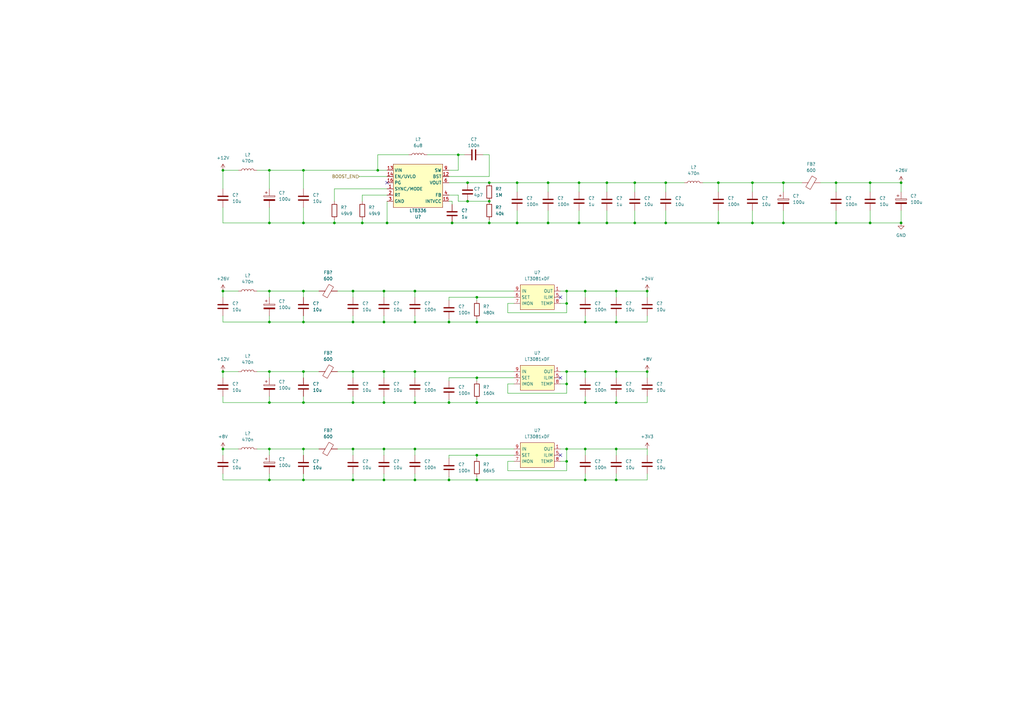
<source format=kicad_sch>
(kicad_sch (version 20211123) (generator eeschema)
  (paper "A3")
  (title_block (title "Usilitel") (date "2022-07-12") (rev "0.1") (company "M-Labs") (comment 1 "Wideband power amplifier") (comment 3 "a.k.a. topquark12") (comment 4 "Alex Wong Tat Hang"))
  (lib_symbols
    (symbol "Device:C" (pin_numbers hide) (pin_names (offset 0.254))
      (property "Reference" "C" (at 0.635 2.54 0))
      (property "Value" "C" (at 0.635 -2.54 0))
      (symbol "C_0_1"
        (polyline (pts (xy -2.032 -0.762) (xy 2.032 -0.762)) (stroke (width 0.508)))
        (polyline (pts (xy -2.032 0.762) (xy 2.032 0.762)) (stroke (width 0.508)))
      )
      (symbol "C_1_1"
        (pin passive line (at 0 3.81 270) (length 2.794) (name "~") (number "1"))
        (pin passive line (at 0 -3.81 90) (length 2.794) (name "~") (number "2"))
      )
    )
    (symbol "Device:C_Polarized" (pin_numbers hide) (pin_names (offset 0.254))
      (property "Reference" "C" (at 0.635 2.54 0))
      (property "Value" "C_Polarized" (at 0.635 -2.54 0))
      (symbol "C_Polarized_0_1"
        (rectangle (start -2.286 0.508) (end 2.286 1.016))
        (polyline (pts (xy -1.778 2.286) (xy -0.762 2.286)))
        (polyline (pts (xy -1.27 2.794) (xy -1.27 1.778)))
        (rectangle (start 2.286 -0.508) (end -2.286 -1.016) (fill (type outline)))
      )
      (symbol "C_Polarized_1_1"
        (pin passive line (at 0 3.81 270) (length 2.794) (name "~") (number "1"))
        (pin passive line (at 0 -3.81 90) (length 2.794) (name "~") (number "2"))
      )
    )
    (symbol "Device:FerriteBead" (pin_numbers hide) (pin_names (offset 0))
      (property "Reference" "FB" (at -3.81 0.635 90))
      (property "Value" "FerriteBead" (at 3.81 0 90))
      (symbol "FerriteBead_0_1"
        (polyline (pts (xy 0 -1.27) (xy 0 -1.2192)))
        (polyline (pts (xy 0 1.27) (xy 0 1.2954)))
        (polyline (pts (xy -2.7686 0.4064) (xy -1.7018 2.2606) (xy 2.7686 -0.3048) (xy 1.6764 -2.159) (xy -2.7686 0.4064)))
      )
      (symbol "FerriteBead_1_1"
        (pin passive line (at 0 3.81 270) (length 2.54) (name "~") (number "1"))
        (pin passive line (at 0 -3.81 90) (length 2.54) (name "~") (number "2"))
      )
    )
    (symbol "Device:L" (pin_numbers hide) (pin_names (offset 1.016) hide)
      (property "Reference" "L" (at -1.27 0 90))
      (property "Value" "L" (at 1.905 0 90))
      (symbol "L_0_1"
        (arc (start 0 -2.54) (mid 0.635 -1.905) (end 0 -1.27))
        (arc (start 0 -1.27) (mid 0.635 -0.635) (end 0 0))
        (arc (start 0 0) (mid 0.635 0.635) (end 0 1.27))
        (arc (start 0 1.27) (mid 0.635 1.905) (end 0 2.54))
      )
      (symbol "L_1_1"
        (pin passive line (at 0 3.81 270) (length 1.27) (name "1") (number "1"))
        (pin passive line (at 0 -3.81 90) (length 1.27) (name "2") (number "2"))
      )
    )
    (symbol "Device:R" (pin_numbers hide) (pin_names (offset 0))
      (property "Reference" "R" (at 2.032 0 90))
      (property "Value" "R" (at 0 0 90))
      (symbol "R_0_1"
        (rectangle (start -1.016 -2.54) (end 1.016 2.54) (stroke (width 0.254)))
      )
      (symbol "R_1_1"
        (pin passive line (at 0 3.81 270) (length 1.27) (name "~") (number "1"))
        (pin passive line (at 0 -3.81 90) (length 1.27) (name "~") (number "2"))
      )
    )
    (symbol "power:+12V" (power) (pin_names (offset 0))
      (property "Value" "+12V" (at 0 3.556 0))
      (symbol "+12V_0_1"
        (polyline (pts (xy -0.762 1.27) (xy 0 2.54)))
        (polyline (pts (xy 0 0) (xy 0 2.54)))
        (polyline (pts (xy 0 2.54) (xy 0.762 1.27)))
      )
      (symbol "+12V_1_1"
        (pin power_in line (at 0 0 90) (length 0) hide (name "+12V") (number "1"))
      )
    )
    (symbol "power:+24V" (power) (pin_names (offset 0))
      (property "Value" "+24V" (at 0 3.556 0))
      (symbol "+24V_0_1"
        (polyline (pts (xy -0.762 1.27) (xy 0 2.54)))
        (polyline (pts (xy 0 0) (xy 0 2.54)))
        (polyline (pts (xy 0 2.54) (xy 0.762 1.27)))
      )
      (symbol "+24V_1_1"
        (pin power_in line (at 0 0 90) (length 0) hide (name "+24V") (number "1"))
      )
    )
    (symbol "power:+3V3" (power) (pin_names (offset 0))
      (property "Value" "+3V3" (at 0 3.556 0))
      (symbol "+3V3_0_1"
        (polyline (pts (xy -0.762 1.27) (xy 0 2.54)))
        (polyline (pts (xy 0 0) (xy 0 2.54)))
        (polyline (pts (xy 0 2.54) (xy 0.762 1.27)))
      )
      (symbol "+3V3_1_1"
        (pin power_in line (at 0 0 90) (length 0) hide (name "+3V3") (number "1"))
      )
    )
    (symbol "power:+8V" (power) (pin_names (offset 0))
      (property "Value" "+8V" (at 0 3.556 0))
      (symbol "+8V_0_1"
        (polyline (pts (xy -0.762 1.27) (xy 0 2.54)))
        (polyline (pts (xy 0 0) (xy 0 2.54)))
        (polyline (pts (xy 0 2.54) (xy 0.762 1.27)))
      )
      (symbol "+8V_1_1"
        (pin power_in line (at 0 0 90) (length 0) hide (name "+8V") (number "1"))
      )
    )
    (symbol "power:GND" (power) (pin_names (offset 0))
      (property "Value" "GND" (at 0 -3.81 0))
      (symbol "GND_0_1"
        (polyline (pts (xy 0 0) (xy 0 -1.27) (xy 1.27 -1.27) (xy 0 -2.54) (xy -1.27 -1.27) (xy 0 -1.27)))
      )
      (symbol "GND_1_1"
        (pin power_in line (at 0 0 270) (length 0) hide (name "GND") (number "1"))
      )
    )
    (symbol "usilitel:+26V" (power) (pin_names (offset 0))
      (property "Value" "+26V" (at 0 3.556 0))
      (symbol "+26V_0_1"
        (polyline (pts (xy -0.762 1.27) (xy 0 2.54)))
        (polyline (pts (xy 0 0) (xy 0 2.54)))
        (polyline (pts (xy 0 2.54) (xy 0.762 1.27)))
      )
      (symbol "+26V_1_1"
        (pin power_in line (at 0 0 90) (length 0) hide (name "+26V") (number "1"))
      )
    )
    (symbol "usilitel:LT3081xDF"
      (property "Reference" "U" (at 0 -8.89 0))
      (property "Value" "LT3081xDF" (at 0 -6.35 0))
      (symbol "LT3081xDF_0_0"
        (pin power_out line (at 10.16 2.54 180) (length 2.54) (name "OUT") (number "1"))
        (pin power_in line (at -8.89 2.54 0) (length 2.54) hide (name "IN") (number "10"))
        (pin power_in line (at -8.89 2.54 0) (length 2.54) hide (name "IN") (number "11"))
        (pin power_in line (at -8.89 2.54 0) (length 2.54) hide (name "IN") (number "12"))
        (pin passive line (at 10.16 2.54 180) (length 2.54) hide (name "OUT") (number "13"))
        (pin passive line (at 10.16 2.54 180) (length 2.54) hide (name "OUT") (number "2"))
        (pin passive line (at 10.16 2.54 180) (length 2.54) hide (name "OUT") (number "3"))
        (pin passive line (at 10.16 2.54 180) (length 2.54) hide (name "OUT") (number "4"))
        (pin input line (at 10.16 0 180) (length 2.54) (name "ILIM") (number "5"))
        (pin input line (at -8.89 0 0) (length 2.54) (name "SET") (number "6"))
        (pin passive line (at -8.89 -2.54 0) (length 2.54) (name "IMON") (number "7"))
        (pin passive line (at 10.16 -2.54 180) (length 2.54) (name "TEMP") (number "8"))
        (pin power_in line (at -8.89 2.54 0) (length 2.54) (name "IN") (number "9"))
      )
      (symbol "LT3081xDF_0_1"
        (rectangle (start -6.35 5.08) (end 7.62 -5.08) (stroke (width 0.1524)) (fill (type background)))
      )
    )
    (symbol "usilitel:LT8336"
      (property "Reference" "U" (at 0 -15.24 0))
      (property "Value" "LT8336" (at 0 -12.7 0))
      (symbol "LT8336_0_0"
        (pin input line (at -12.7 -2.54 0) (length 2.54) (name "SYNC/MODE") (number "1"))
        (pin input line (at 12.7 5.08 180) (length 2.54) hide (name "SW") (number "10"))
        (pin input line (at 12.7 5.08 180) (length 2.54) hide (name "SW") (number "11"))
        (pin input line (at 12.7 2.54 180) (length 2.54) (name "BST") (number "12"))
        (pin power_in line (at -12.7 5.08 0) (length 2.54) (name "VIN") (number "13"))
        (pin input line (at -12.7 2.54 0) (length 2.54) (name "EN/UVLO") (number "14"))
        (pin output line (at 12.7 -7.62 180) (length 2.54) (name "INTVCC") (number "15"))
        (pin output line (at -12.7 0 0) (length 2.54) (name "PG") (number "16"))
        (pin power_in line (at -12.7 -7.62 0) (length 2.54) hide (name "GND") (number "17"))
        (pin input line (at -12.7 -5.08 0) (length 2.54) (name "RT") (number "2"))
        (pin power_in line (at -12.7 -7.62 0) (length 2.54) (name "GND") (number "3"))
        (pin input line (at 12.7 -5.08 180) (length 2.54) (name "FB") (number "4"))
        (pin power_in line (at -12.7 -7.62 0) (length 2.54) hide (name "GND") (number "5"))
        (pin power_out line (at 12.7 0 180) (length 2.54) (name "VOUT") (number "6"))
        (pin passive line (at 12.7 0 180) (length 2.54) hide (name "VOUT") (number "7"))
        (pin power_in line (at -12.7 -7.62 0) (length 2.54) hide (name "GND") (number "8"))
        (pin input line (at 12.7 5.08 180) (length 2.54) (name "SW") (number "9"))
      )
      (symbol "LT8336_0_1"
        (rectangle (start -10.16 7.62) (end 10.16 -10.16) (fill (type background)))
      )
    )
  )
  (junction (at 224.79 74.93))
  (junction (at 144.78 132.08))
  (junction (at 252.73 132.08))
  (junction (at 124.46 91.44))
  (junction (at 224.79 91.44))
  (junction (at 184.15 165.1))
  (junction (at 157.48 165.1))
  (junction (at 185.42 91.44))
  (junction (at 91.44 152.4))
  (junction (at 294.64 91.44))
  (junction (at 265.43 152.4))
  (junction (at 232.41 189.23))
  (junction (at 144.78 196.85))
  (junction (at 356.87 91.44))
  (junction (at 170.18 165.1))
  (junction (at 240.03 165.1))
  (junction (at 260.35 91.44))
  (junction (at 232.41 119.38))
  (junction (at 187.96 63.5))
  (junction (at 110.49 165.1))
  (junction (at 252.73 152.4))
  (junction (at 124.46 119.38))
  (junction (at 195.58 196.85))
  (junction (at 273.05 74.93))
  (junction (at 110.49 132.08))
  (junction (at 195.58 132.08))
  (junction (at 195.58 165.1))
  (junction (at 124.46 152.4))
  (junction (at 195.58 121.92))
  (junction (at 170.18 119.38))
  (junction (at 191.77 82.55))
  (junction (at 342.9 91.44))
  (junction (at 157.48 119.38))
  (junction (at 137.16 91.44))
  (junction (at 237.49 74.93))
  (junction (at 157.48 132.08))
  (junction (at 342.9 74.93))
  (junction (at 124.46 132.08))
  (junction (at 184.15 196.85))
  (junction (at 240.03 196.85))
  (junction (at 184.15 132.08))
  (junction (at 110.49 196.85))
  (junction (at 91.44 184.15))
  (junction (at 144.78 184.15))
  (junction (at 260.35 74.93))
  (junction (at 240.03 152.4))
  (junction (at 110.49 69.85))
  (junction (at 265.43 119.38))
  (junction (at 195.58 154.94))
  (junction (at 157.48 196.85))
  (junction (at 170.18 196.85))
  (junction (at 321.31 74.93))
  (junction (at 232.41 157.48))
  (junction (at 240.03 132.08))
  (junction (at 252.73 196.85))
  (junction (at 200.66 91.44))
  (junction (at 294.64 74.93))
  (junction (at 273.05 91.44))
  (junction (at 232.41 124.46))
  (junction (at 170.18 184.15))
  (junction (at 144.78 165.1))
  (junction (at 124.46 196.85))
  (junction (at 110.49 119.38))
  (junction (at 158.75 91.44))
  (junction (at 240.03 184.15))
  (junction (at 110.49 184.15))
  (junction (at 248.92 91.44))
  (junction (at 124.46 184.15))
  (junction (at 212.09 91.44))
  (junction (at 124.46 165.1))
  (junction (at 144.78 152.4))
  (junction (at 237.49 91.44))
  (junction (at 308.61 74.93))
  (junction (at 240.03 119.38))
  (junction (at 110.49 91.44))
  (junction (at 124.46 69.85))
  (junction (at 200.66 74.93))
  (junction (at 110.49 152.4))
  (junction (at 252.73 119.38))
  (junction (at 191.77 74.93))
  (junction (at 369.57 91.44))
  (junction (at 232.41 184.15))
  (junction (at 232.41 152.4))
  (junction (at 91.44 69.85))
  (junction (at 157.48 184.15))
  (junction (at 252.73 184.15))
  (junction (at 248.92 74.93))
  (junction (at 195.58 186.69))
  (junction (at 212.09 74.93))
  (junction (at 356.87 74.93))
  (junction (at 157.48 152.4))
  (junction (at 321.31 91.44))
  (junction (at 252.73 165.1))
  (junction (at 170.18 132.08))
  (junction (at 148.59 91.44))
  (junction (at 369.57 74.93))
  (junction (at 308.61 91.44))
  (junction (at 200.66 82.55))
  (junction (at 144.78 119.38))
  (junction (at 154.94 69.85))
  (junction (at 91.44 119.38))
  (junction (at 170.18 152.4))
  (no_connect (at 229.87 154.94))
  (no_connect (at 158.75 74.93))
  (no_connect (at 229.87 121.92))
  (no_connect (at 229.87 186.69))
  (wire (pts (xy 124.46 119.38) (xy 130.81 119.38)))
  (wire (pts (xy 124.46 165.1) (xy 144.78 165.1)))
  (wire (pts (xy 288.29 74.93) (xy 294.64 74.93)))
  (wire (pts (xy 294.64 91.44) (xy 308.61 91.44)))
  (wire (pts (xy 308.61 86.36) (xy 308.61 91.44)))
  (wire (pts (xy 208.28 189.23) (xy 210.82 189.23)))
  (wire (pts (xy 170.18 132.08) (xy 184.15 132.08)))
  (wire (pts (xy 195.58 154.94) (xy 210.82 154.94)))
  (wire (pts (xy 137.16 77.47) (xy 158.75 77.47)))
  (wire (pts (xy 232.41 124.46) (xy 229.87 124.46)))
  (wire (pts (xy 184.15 156.21) (xy 184.15 154.94)))
  (wire (pts (xy 265.43 196.85) (xy 252.73 196.85)))
  (wire (pts (xy 170.18 184.15) (xy 210.82 184.15)))
  (wire (pts (xy 195.58 196.85) (xy 195.58 195.58)))
  (wire (pts (xy 321.31 74.93) (xy 321.31 78.74)))
  (wire (pts (xy 342.9 74.93) (xy 356.87 74.93)))
  (wire (pts (xy 105.41 69.85) (xy 110.49 69.85)))
  (wire (pts (xy 184.15 123.19) (xy 184.15 121.92)))
  (wire (pts (xy 240.03 121.92) (xy 240.03 119.38)))
  (wire (pts (xy 265.43 132.08) (xy 252.73 132.08)))
  (wire (pts (xy 260.35 74.93) (xy 248.92 74.93)))
  (wire (pts (xy 157.48 184.15) (xy 144.78 184.15)))
  (wire (pts (xy 148.59 91.44) (xy 137.16 91.44)))
  (wire (pts (xy 240.03 184.15) (xy 232.41 184.15)))
  (wire (pts (xy 110.49 69.85) (xy 124.46 69.85)))
  (wire (pts (xy 240.03 194.31) (xy 240.03 196.85)))
  (wire (pts (xy 208.28 157.48) (xy 210.82 157.48)))
  (wire (pts (xy 110.49 196.85) (xy 124.46 196.85)))
  (wire (pts (xy 170.18 121.92) (xy 170.18 119.38)))
  (wire (pts (xy 265.43 162.56) (xy 265.43 165.1)))
  (wire (pts (xy 187.96 63.5) (xy 187.96 69.85)))
  (wire (pts (xy 124.46 184.15) (xy 130.81 184.15)))
  (wire (pts (xy 240.03 162.56) (xy 240.03 165.1)))
  (wire (pts (xy 260.35 74.93) (xy 260.35 78.74)))
  (wire (pts (xy 240.03 154.94) (xy 240.03 152.4)))
  (wire (pts (xy 252.73 162.56) (xy 252.73 165.1)))
  (wire (pts (xy 170.18 196.85) (xy 184.15 196.85)))
  (wire (pts (xy 158.75 82.55) (xy 158.75 91.44)))
  (wire (pts (xy 240.03 152.4) (xy 232.41 152.4)))
  (wire (pts (xy 229.87 184.15) (xy 232.41 184.15)))
  (wire (pts (xy 273.05 78.74) (xy 273.05 74.93)))
  (wire (pts (xy 110.49 91.44) (xy 124.46 91.44)))
  (wire (pts (xy 184.15 74.93) (xy 191.77 74.93)))
  (wire (pts (xy 252.73 121.92) (xy 252.73 119.38)))
  (wire (pts (xy 191.77 74.93) (xy 200.66 74.93)))
  (wire (pts (xy 240.03 196.85) (xy 195.58 196.85)))
  (wire (pts (xy 200.66 90.17) (xy 200.66 91.44)))
  (wire (pts (xy 187.96 80.01) (xy 184.15 80.01)))
  (wire (pts (xy 110.49 132.08) (xy 110.49 129.54)))
  (wire (pts (xy 232.41 193.04) (xy 232.41 189.23)))
  (wire (pts (xy 124.46 196.85) (xy 144.78 196.85)))
  (wire (pts (xy 195.58 121.92) (xy 210.82 121.92)))
  (wire (pts (xy 144.78 165.1) (xy 144.78 162.56)))
  (wire (pts (xy 237.49 74.93) (xy 224.79 74.93)))
  (wire (pts (xy 208.28 124.46) (xy 210.82 124.46)))
  (wire (pts (xy 321.31 91.44) (xy 342.9 91.44)))
  (wire (pts (xy 321.31 74.93) (xy 328.93 74.93)))
  (wire (pts (xy 170.18 184.15) (xy 157.48 184.15)))
  (wire (pts (xy 336.55 74.93) (xy 342.9 74.93)))
  (wire (pts (xy 232.41 152.4) (xy 232.41 157.48)))
  (wire (pts (xy 265.43 129.54) (xy 265.43 132.08)))
  (wire (pts (xy 208.28 161.29) (xy 232.41 161.29)))
  (wire (pts (xy 91.44 152.4) (xy 97.79 152.4)))
  (wire (pts (xy 157.48 165.1) (xy 157.48 162.56)))
  (wire (pts (xy 240.03 186.69) (xy 240.03 184.15)))
  (wire (pts (xy 144.78 196.85) (xy 157.48 196.85)))
  (wire (pts (xy 184.15 187.96) (xy 184.15 186.69)))
  (wire (pts (xy 158.75 91.44) (xy 185.42 91.44)))
  (wire (pts (xy 342.9 86.36) (xy 342.9 91.44)))
  (wire (pts (xy 110.49 154.94) (xy 110.49 152.4)))
  (wire (pts (xy 91.44 184.15) (xy 97.79 184.15)))
  (wire (pts (xy 229.87 119.38) (xy 232.41 119.38)))
  (wire (pts (xy 195.58 186.69) (xy 210.82 186.69)))
  (wire (pts (xy 252.73 196.85) (xy 240.03 196.85)))
  (wire (pts (xy 124.46 132.08) (xy 144.78 132.08)))
  (wire (pts (xy 252.73 132.08) (xy 240.03 132.08)))
  (wire (pts (xy 138.43 119.38) (xy 144.78 119.38)))
  (wire (pts (xy 232.41 189.23) (xy 229.87 189.23)))
  (wire (pts (xy 147.32 72.39) (xy 158.75 72.39)))
  (wire (pts (xy 154.94 69.85) (xy 154.94 63.5)))
  (wire (pts (xy 229.87 152.4) (xy 232.41 152.4)))
  (wire (pts (xy 170.18 132.08) (xy 170.18 129.54)))
  (wire (pts (xy 154.94 69.85) (xy 158.75 69.85)))
  (wire (pts (xy 248.92 74.93) (xy 248.92 78.74)))
  (wire (pts (xy 144.78 196.85) (xy 144.78 194.31)))
  (wire (pts (xy 252.73 119.38) (xy 240.03 119.38)))
  (wire (pts (xy 273.05 86.36) (xy 273.05 91.44)))
  (wire (pts (xy 195.58 123.19) (xy 195.58 121.92)))
  (wire (pts (xy 144.78 154.94) (xy 144.78 152.4)))
  (wire (pts (xy 356.87 74.93) (xy 369.57 74.93)))
  (wire (pts (xy 212.09 74.93) (xy 212.09 78.74)))
  (wire (pts (xy 91.44 69.85) (xy 97.79 69.85)))
  (wire (pts (xy 158.75 91.44) (xy 148.59 91.44)))
  (wire (pts (xy 224.79 86.36) (xy 224.79 91.44)))
  (wire (pts (xy 124.46 165.1) (xy 124.46 162.56)))
  (wire (pts (xy 124.46 132.08) (xy 124.46 129.54)))
  (wire (pts (xy 137.16 82.55) (xy 137.16 77.47)))
  (wire (pts (xy 265.43 165.1) (xy 252.73 165.1)))
  (wire (pts (xy 124.46 121.92) (xy 124.46 119.38)))
  (wire (pts (xy 170.18 154.94) (xy 170.18 152.4)))
  (wire (pts (xy 154.94 63.5) (xy 167.64 63.5)))
  (wire (pts (xy 240.03 165.1) (xy 195.58 165.1)))
  (wire (pts (xy 195.58 132.08) (xy 195.58 130.81)))
  (wire (pts (xy 185.42 91.44) (xy 200.66 91.44)))
  (wire (pts (xy 185.42 82.55) (xy 185.42 83.82)))
  (wire (pts (xy 105.41 184.15) (xy 110.49 184.15)))
  (wire (pts (xy 200.66 82.55) (xy 191.77 82.55)))
  (wire (pts (xy 170.18 165.1) (xy 170.18 162.56)))
  (wire (pts (xy 157.48 186.69) (xy 157.48 184.15)))
  (wire (pts (xy 273.05 91.44) (xy 260.35 91.44)))
  (wire (pts (xy 294.64 74.93) (xy 294.64 78.74)))
  (wire (pts (xy 148.59 80.01) (xy 158.75 80.01)))
  (wire (pts (xy 187.96 63.5) (xy 190.5 63.5)))
  (wire (pts (xy 273.05 74.93) (xy 260.35 74.93)))
  (wire (pts (xy 321.31 86.36) (xy 321.31 91.44)))
  (wire (pts (xy 184.15 132.08) (xy 195.58 132.08)))
  (wire (pts (xy 170.18 165.1) (xy 184.15 165.1)))
  (wire (pts (xy 237.49 86.36) (xy 237.49 91.44)))
  (wire (pts (xy 144.78 132.08) (xy 144.78 129.54)))
  (wire (pts (xy 124.46 152.4) (xy 130.81 152.4)))
  (wire (pts (xy 110.49 152.4) (xy 124.46 152.4)))
  (wire (pts (xy 184.15 196.85) (xy 195.58 196.85)))
  (wire (pts (xy 212.09 91.44) (xy 200.66 91.44)))
  (wire (pts (xy 294.64 74.93) (xy 308.61 74.93)))
  (wire (pts (xy 237.49 91.44) (xy 224.79 91.44)))
  (wire (pts (xy 110.49 184.15) (xy 124.46 184.15)))
  (wire (pts (xy 187.96 82.55) (xy 187.96 80.01)))
  (wire (pts (xy 248.92 74.93) (xy 237.49 74.93)))
  (wire (pts (xy 252.73 165.1) (xy 240.03 165.1)))
  (wire (pts (xy 232.41 184.15) (xy 232.41 189.23)))
  (wire (pts (xy 237.49 74.93) (xy 237.49 78.74)))
  (wire (pts (xy 105.41 119.38) (xy 110.49 119.38)))
  (wire (pts (xy 356.87 91.44) (xy 342.9 91.44)))
  (wire (pts (xy 212.09 74.93) (xy 200.66 74.93)))
  (wire (pts (xy 91.44 196.85) (xy 110.49 196.85)))
  (wire (pts (xy 200.66 72.39) (xy 200.66 63.5)))
  (wire (pts (xy 91.44 85.09) (xy 91.44 91.44)))
  (wire (pts (xy 248.92 91.44) (xy 237.49 91.44)))
  (wire (pts (xy 110.49 196.85) (xy 110.49 194.31)))
  (wire (pts (xy 232.41 119.38) (xy 232.41 124.46)))
  (wire (pts (xy 187.96 69.85) (xy 184.15 69.85)))
  (wire (pts (xy 195.58 165.1) (xy 195.58 163.83)))
  (wire (pts (xy 224.79 91.44) (xy 212.09 91.44)))
  (wire (pts (xy 157.48 121.92) (xy 157.48 119.38)))
  (wire (pts (xy 91.44 186.69) (xy 91.44 184.15)))
  (wire (pts (xy 260.35 86.36) (xy 260.35 91.44)))
  (wire (pts (xy 105.41 152.4) (xy 110.49 152.4)))
  (wire (pts (xy 184.15 82.55) (xy 185.42 82.55)))
  (wire (pts (xy 137.16 91.44) (xy 137.16 90.17)))
  (wire (pts (xy 208.28 193.04) (xy 232.41 193.04)))
  (wire (pts (xy 184.15 186.69) (xy 195.58 186.69)))
  (wire (pts (xy 157.48 132.08) (xy 170.18 132.08)))
  (wire (pts (xy 232.41 128.27) (xy 232.41 124.46)))
  (wire (pts (xy 369.57 86.36) (xy 369.57 91.44)))
  (wire (pts (xy 252.73 184.15) (xy 240.03 184.15)))
  (wire (pts (xy 110.49 186.69) (xy 110.49 184.15)))
  (wire (pts (xy 110.49 165.1) (xy 124.46 165.1)))
  (wire (pts (xy 110.49 132.08) (xy 124.46 132.08)))
  (wire (pts (xy 224.79 74.93) (xy 212.09 74.93)))
  (wire (pts (xy 252.73 186.69) (xy 252.73 184.15)))
  (wire (pts (xy 208.28 124.46) (xy 208.28 128.27)))
  (wire (pts (xy 265.43 154.94) (xy 265.43 152.4)))
  (wire (pts (xy 157.48 196.85) (xy 157.48 194.31)))
  (wire (pts (xy 124.46 186.69) (xy 124.46 184.15)))
  (wire (pts (xy 91.44 196.85) (xy 91.44 194.31)))
  (wire (pts (xy 208.28 189.23) (xy 208.28 193.04)))
  (wire (pts (xy 157.48 165.1) (xy 170.18 165.1)))
  (wire (pts (xy 157.48 132.08) (xy 157.48 129.54)))
  (wire (pts (xy 110.49 165.1) (xy 110.49 162.56)))
  (wire (pts (xy 91.44 132.08) (xy 110.49 132.08)))
  (wire (pts (xy 184.15 72.39) (xy 200.66 72.39)))
  (wire (pts (xy 110.49 85.09) (xy 110.49 91.44)))
  (wire (pts (xy 252.73 154.94) (xy 252.73 152.4)))
  (wire (pts (xy 240.03 129.54) (xy 240.03 132.08)))
  (wire (pts (xy 175.26 63.5) (xy 187.96 63.5)))
  (wire (pts (xy 170.18 196.85) (xy 170.18 194.31)))
  (wire (pts (xy 260.35 91.44) (xy 248.92 91.44)))
  (wire (pts (xy 144.78 121.92) (xy 144.78 119.38)))
  (wire (pts (xy 232.41 161.29) (xy 232.41 157.48)))
  (wire (pts (xy 144.78 186.69) (xy 144.78 184.15)))
  (wire (pts (xy 110.49 77.47) (xy 110.49 69.85)))
  (wire (pts (xy 369.57 91.44) (xy 356.87 91.44)))
  (wire (pts (xy 157.48 119.38) (xy 144.78 119.38)))
  (wire (pts (xy 265.43 152.4) (xy 252.73 152.4)))
  (wire (pts (xy 148.59 82.55) (xy 148.59 80.01)))
  (wire (pts (xy 124.46 91.44) (xy 137.16 91.44)))
  (wire (pts (xy 124.46 196.85) (xy 124.46 194.31)))
  (wire (pts (xy 200.66 63.5) (xy 198.12 63.5)))
  (wire (pts (xy 91.44 132.08) (xy 91.44 129.54)))
  (wire (pts (xy 294.64 86.36) (xy 294.64 91.44)))
  (wire (pts (xy 252.73 129.54) (xy 252.73 132.08)))
  (wire (pts (xy 265.43 186.69) (xy 265.43 184.15)))
  (wire (pts (xy 110.49 121.92) (xy 110.49 119.38)))
  (wire (pts (xy 240.03 119.38) (xy 232.41 119.38)))
  (wire (pts (xy 170.18 152.4) (xy 157.48 152.4)))
  (wire (pts (xy 191.77 82.55) (xy 187.96 82.55)))
  (wire (pts (xy 184.15 196.85) (xy 184.15 195.58)))
  (wire (pts (xy 148.59 91.44) (xy 148.59 90.17)))
  (wire (pts (xy 195.58 187.96) (xy 195.58 186.69)))
  (wire (pts (xy 170.18 119.38) (xy 210.82 119.38)))
  (wire (pts (xy 265.43 119.38) (xy 252.73 119.38)))
  (wire (pts (xy 208.28 157.48) (xy 208.28 161.29)))
  (wire (pts (xy 212.09 86.36) (xy 212.09 91.44)))
  (wire (pts (xy 265.43 184.15) (xy 252.73 184.15)))
  (wire (pts (xy 294.64 91.44) (xy 273.05 91.44)))
  (wire (pts (xy 144.78 165.1) (xy 157.48 165.1)))
  (wire (pts (xy 170.18 186.69) (xy 170.18 184.15)))
  (wire (pts (xy 252.73 152.4) (xy 240.03 152.4)))
  (wire (pts (xy 184.15 165.1) (xy 184.15 163.83)))
  (wire (pts (xy 91.44 77.47) (xy 91.44 69.85)))
  (wire (pts (xy 170.18 119.38) (xy 157.48 119.38)))
  (wire (pts (xy 240.03 132.08) (xy 195.58 132.08)))
  (wire (pts (xy 195.58 156.21) (xy 195.58 154.94)))
  (wire (pts (xy 138.43 184.15) (xy 144.78 184.15)))
  (wire (pts (xy 356.87 86.36) (xy 356.87 91.44)))
  (wire (pts (xy 124.46 77.47) (xy 124.46 69.85)))
  (wire (pts (xy 91.44 154.94) (xy 91.44 152.4)))
  (wire (pts (xy 308.61 74.93) (xy 308.61 78.74)))
  (wire (pts (xy 91.44 91.44) (xy 110.49 91.44)))
  (wire (pts (xy 124.46 69.85) (xy 154.94 69.85)))
  (wire (pts (xy 138.43 152.4) (xy 144.78 152.4)))
  (wire (pts (xy 342.9 74.93) (xy 342.9 78.74)))
  (wire (pts (xy 224.79 74.93) (xy 224.79 78.74)))
  (wire (pts (xy 91.44 165.1) (xy 91.44 162.56)))
  (wire (pts (xy 356.87 74.93) (xy 356.87 78.74)))
  (wire (pts (xy 157.48 196.85) (xy 170.18 196.85)))
  (wire (pts (xy 157.48 154.94) (xy 157.48 152.4)))
  (wire (pts (xy 184.15 121.92) (xy 195.58 121.92)))
  (wire (pts (xy 110.49 119.38) (xy 124.46 119.38)))
  (wire (pts (xy 124.46 154.94) (xy 124.46 152.4)))
  (wire (pts (xy 91.44 119.38) (xy 97.79 119.38)))
  (wire (pts (xy 265.43 194.31) (xy 265.43 196.85)))
  (wire (pts (xy 124.46 85.09) (xy 124.46 91.44)))
  (wire (pts (xy 170.18 152.4) (xy 210.82 152.4)))
  (wire (pts (xy 232.41 157.48) (xy 229.87 157.48)))
  (wire (pts (xy 308.61 91.44) (xy 321.31 91.44)))
  (wire (pts (xy 91.44 121.92) (xy 91.44 119.38)))
  (wire (pts (xy 91.44 165.1) (xy 110.49 165.1)))
  (wire (pts (xy 144.78 132.08) (xy 157.48 132.08)))
  (wire (pts (xy 369.57 74.93) (xy 369.57 78.74)))
  (wire (pts (xy 208.28 128.27) (xy 232.41 128.27)))
  (wire (pts (xy 157.48 152.4) (xy 144.78 152.4)))
  (wire (pts (xy 248.92 86.36) (xy 248.92 91.44)))
  (wire (pts (xy 265.43 121.92) (xy 265.43 119.38)))
  (wire (pts (xy 184.15 132.08) (xy 184.15 130.81)))
  (wire (pts (xy 308.61 74.93) (xy 321.31 74.93)))
  (wire (pts (xy 184.15 154.94) (xy 195.58 154.94)))
  (wire (pts (xy 184.15 165.1) (xy 195.58 165.1)))
  (wire (pts (xy 252.73 194.31) (xy 252.73 196.85)))
  (wire (pts (xy 273.05 74.93) (xy 280.67 74.93)))
  (hierarchical_label "BOOST_EN" (shape input) (at 147.32 72.39 180))
  (symbol (lib_id "Device:C") (at 144.78 190.5 0) (unit 1)
    (property "Reference" "C?" (at 148.59 189.2299 0) (effects (justify left)))
    (property "Value" "10u" (at 148.59 191.7699 0) (effects (justify left)))
  )
  (symbol (lib_id "Device:R") (at 148.59 86.36 0) (unit 1)
    (property "Reference" "R?" (at 151.13 85.0899 0) (effects (justify left)))
    (property "Value" "49k9" (at 151.13 87.6299 0) (effects (justify left)))
  )
  (symbol (lib_id "power:+3V3") (at 265.43 184.15 0) (unit 1)
    (property "Reference" "#PWR?" (effects hide))
    (property "Value" "+3V3" (at 265.43 179.07 0))
  )
  (symbol (lib_id "Device:R") (at 195.58 127 0) (unit 1)
    (property "Reference" "R?" (at 198.12 125.7299 0) (effects (justify left)))
    (property "Value" "480k" (at 198.12 128.2699 0) (effects (justify left)))
  )
  (symbol (lib_id "Device:L") (at 101.6 119.38 90) (unit 1)
    (property "Reference" "L?" (at 101.6 113.03 90))
    (property "Value" "470n" (at 101.6 115.57 90))
  )
  (symbol (lib_id "Device:C") (at 342.9 82.55 0) (unit 1)
    (property "Reference" "C?" (at 346.71 81.2799 0) (effects (justify left)))
    (property "Value" "100n" (at 346.71 83.8199 0) (effects (justify left)))
  )
  (symbol (lib_id "Device:C") (at 91.44 81.28 0) (unit 1)
    (property "Reference" "C?" (at 95.25 80.0099 0) (effects (justify left)))
    (property "Value" "10u" (at 95.25 82.5499 0) (effects (justify left)))
  )
  (symbol (lib_id "Device:C") (at 252.73 190.5 0) (unit 1)
    (property "Reference" "C?" (at 256.54 189.2299 0) (effects (justify left)))
    (property "Value" "10u" (at 256.54 191.7699 0) (effects (justify left)))
  )
  (symbol (lib_id "Device:C") (at 240.03 158.75 0) (unit 1)
    (property "Reference" "C?" (at 243.84 157.4799 0) (effects (justify left)))
    (property "Value" "100n" (at 243.84 160.0199 0) (effects (justify left)))
  )
  (symbol (lib_id "Device:C") (at 170.18 125.73 0) (unit 1)
    (property "Reference" "C?" (at 173.99 124.4599 0) (effects (justify left)))
    (property "Value" "100n" (at 173.99 126.9999 0) (effects (justify left)))
  )
  (symbol (lib_id "Device:C") (at 224.79 82.55 0) (unit 1)
    (property "Reference" "C?" (at 228.6 81.2799 0) (effects (justify left)))
    (property "Value" "100n" (at 228.6 83.8199 0) (effects (justify left)))
  )
  (symbol (lib_id "Device:C_Polarized") (at 110.49 125.73 0) (unit 1)
    (property "Reference" "C?" (at 114.3 123.5709 0) (effects (justify left)))
    (property "Value" "100u" (at 114.3 126.1109 0) (effects (justify left)))
  )
  (symbol (lib_id "Device:C") (at 124.46 190.5 0) (unit 1)
    (property "Reference" "C?" (at 128.27 189.2299 0) (effects (justify left)))
    (property "Value" "10u" (at 128.27 191.7699 0) (effects (justify left)))
  )
  (symbol (lib_id "power:+24V") (at 265.43 119.38 0) (unit 1)
    (property "Reference" "#PWR?" (effects hide))
    (property "Value" "+24V" (at 265.43 114.3 0))
  )
  (symbol (lib_id "Device:C") (at 91.44 190.5 0) (unit 1)
    (property "Reference" "C?" (at 95.25 189.2299 0) (effects (justify left)))
    (property "Value" "10u" (at 95.25 191.7699 0) (effects (justify left)))
  )
  (symbol (lib_id "Device:L") (at 101.6 184.15 90) (unit 1)
    (property "Reference" "L?" (at 101.6 177.8 90))
    (property "Value" "470n" (at 101.6 180.34 90))
  )
  (symbol (lib_id "Device:L") (at 101.6 152.4 90) (unit 1)
    (property "Reference" "L?" (at 101.6 146.05 90))
    (property "Value" "470n" (at 101.6 148.59 90))
  )
  (symbol (lib_id "Device:C") (at 308.61 82.55 0) (unit 1)
    (property "Reference" "C?" (at 312.42 81.2799 0) (effects (justify left)))
    (property "Value" "10u" (at 312.42 83.8199 0) (effects (justify left)))
  )
  (symbol (lib_id "Device:C") (at 252.73 125.73 0) (unit 1)
    (property "Reference" "C?" (at 256.54 124.4599 0) (effects (justify left)))
    (property "Value" "10u" (at 256.54 126.9999 0) (effects (justify left)))
  )
  (symbol (lib_id "Device:L") (at 171.45 63.5 90) (unit 1)
    (property "Reference" "L?" (at 171.45 57.15 90))
    (property "Value" "6u8" (at 171.45 59.69 90))
  )
  (symbol (lib_id "Device:C") (at 191.77 78.74 0) (unit 1)
    (property "Reference" "C?" (at 194.31 77.47 0) (effects (justify left)))
    (property "Value" "4p7" (at 194.31 80.01 0) (effects (justify left)))
  )
  (symbol (lib_id "power:+12V") (at 91.44 69.85 0) (unit 1)
    (property "Reference" "#PWR?" (effects hide))
    (property "Value" "+12V" (at 91.44 64.77 0))
  )
  (symbol (lib_id "Device:C") (at 184.15 191.77 0) (unit 1)
    (property "Reference" "C?" (at 187.96 190.4999 0) (effects (justify left)))
    (property "Value" "100n" (at 187.96 193.0399 0) (effects (justify left)))
  )
  (symbol (lib_id "Device:C") (at 194.31 63.5 90) (unit 1)
    (property "Reference" "C?" (at 194.31 57.15 90))
    (property "Value" "100n" (at 194.31 59.69 90))
  )
  (symbol (lib_id "Device:C_Polarized") (at 110.49 81.28 0) (unit 1)
    (property "Reference" "C?" (at 114.3 79.1209 0) (effects (justify left)))
    (property "Value" "100u" (at 114.3 81.6609 0) (effects (justify left)))
  )
  (symbol (lib_id "Device:R") (at 137.16 86.36 0) (unit 1)
    (property "Reference" "R?" (at 139.7 85.0899 0) (effects (justify left)))
    (property "Value" "49k9" (at 139.7 87.6299 0) (effects (justify left)))
  )
  (symbol (lib_id "power:GND") (at 369.57 91.44 0) (unit 1)
    (property "Reference" "#PWR?" (effects hide))
    (property "Value" "GND" (at 369.57 96.52 0))
  )
  (symbol (lib_id "Device:FerriteBead") (at 332.74 74.93 90) (unit 1)
    (property "Reference" "FB?" (at 332.6892 67.31 90))
    (property "Value" "600" (at 332.6892 69.85 90))
  )
  (symbol (lib_id "Device:C") (at 240.03 190.5 0) (unit 1)
    (property "Reference" "C?" (at 243.84 189.2299 0) (effects (justify left)))
    (property "Value" "100n" (at 243.84 191.7699 0) (effects (justify left)))
  )
  (symbol (lib_id "Device:C") (at 248.92 82.55 0) (unit 1)
    (property "Reference" "C?" (at 252.73 81.2799 0) (effects (justify left)))
    (property "Value" "1u" (at 252.73 83.8199 0) (effects (justify left)))
  )
  (symbol (lib_id "Device:C") (at 184.15 127 0) (unit 1)
    (property "Reference" "C?" (at 187.96 125.7299 0) (effects (justify left)))
    (property "Value" "100n" (at 187.96 128.2699 0) (effects (justify left)))
  )
  (symbol (lib_id "Device:R") (at 195.58 160.02 0) (unit 1)
    (property "Reference" "R?" (at 198.12 158.7499 0) (effects (justify left)))
    (property "Value" "160k" (at 198.12 161.2899 0) (effects (justify left)))
  )
  (symbol (lib_id "usilitel:+26V") (at 369.57 74.93 0) (unit 1)
    (property "Reference" "#PWR?" (effects hide))
    (property "Value" "+26V" (at 369.57 69.85 0))
  )
  (symbol (lib_id "Device:FerriteBead") (at 134.62 184.15 90) (unit 1)
    (property "Reference" "FB?" (at 134.5692 176.53 90))
    (property "Value" "600" (at 134.5692 179.07 90))
  )
  (symbol (lib_id "Device:C_Polarized") (at 110.49 158.75 0) (unit 1)
    (property "Reference" "C?" (at 114.3 156.5909 0) (effects (justify left)))
    (property "Value" "100u" (at 114.3 159.1309 0) (effects (justify left)))
  )
  (symbol (lib_id "Device:C") (at 91.44 158.75 0) (unit 1)
    (property "Reference" "C?" (at 95.25 157.4799 0) (effects (justify left)))
    (property "Value" "10u" (at 95.25 160.0199 0) (effects (justify left)))
  )
  (symbol (lib_id "Device:C") (at 124.46 125.73 0) (unit 1)
    (property "Reference" "C?" (at 128.27 124.4599 0) (effects (justify left)))
    (property "Value" "10u" (at 128.27 126.9999 0) (effects (justify left)))
  )
  (symbol (lib_id "usilitel:LT8336") (at 171.45 74.93 0) (unit 1)
    (property "Reference" "U?" (at 171.45 88.9 0))
    (property "Value" "LT8336" (at 171.45 86.36 0))
    (property "Footprint" "Package_DFN_QFN:QFN-16-1EP_3x3mm_P0.5mm_EP1.45x1.45mm" (effects hide))
  )
  (symbol (lib_id "Device:C") (at 265.43 125.73 0) (unit 1)
    (property "Reference" "C?" (at 269.24 124.4599 0) (effects (justify left)))
    (property "Value" "10u" (at 269.24 126.9999 0) (effects (justify left)))
  )
  (symbol (lib_id "Device:C") (at 294.64 82.55 0) (unit 1)
    (property "Reference" "C?" (at 298.45 81.2799 0) (effects (justify left)))
    (property "Value" "100n" (at 298.45 83.8199 0) (effects (justify left)))
  )
  (symbol (lib_id "Device:C") (at 265.43 158.75 0) (unit 1)
    (property "Reference" "C?" (at 269.24 157.4799 0) (effects (justify left)))
    (property "Value" "10u" (at 269.24 160.0199 0) (effects (justify left)))
  )
  (symbol (lib_id "Device:L") (at 101.6 69.85 90) (unit 1)
    (property "Reference" "L?" (at 101.6 63.5 90))
    (property "Value" "470n" (at 101.6 66.04 90))
  )
  (symbol (lib_id "Device:C") (at 252.73 158.75 0) (unit 1)
    (property "Reference" "C?" (at 256.54 157.4799 0) (effects (justify left)))
    (property "Value" "10u" (at 256.54 160.0199 0) (effects (justify left)))
  )
  (symbol (lib_id "Device:C") (at 124.46 81.28 0) (unit 1)
    (property "Reference" "C?" (at 128.27 80.0099 0) (effects (justify left)))
    (property "Value" "10u" (at 128.27 82.5499 0) (effects (justify left)))
  )
  (symbol (lib_id "usilitel:LT3081xDF") (at 219.71 186.69 0) (unit 1)
    (property "Reference" "U?" (at 220.345 176.53 0))
    (property "Value" "LT3081xDF" (at 220.345 179.07 0))
    (property "Footprint" "Package_DFN_QFN:DFN-12-1EP_4x4mm_P0.5mm_EP2.66x3.38mm" (effects hide))
  )
  (symbol (lib_id "Device:C") (at 185.42 87.63 0) (unit 1)
    (property "Reference" "C?" (at 189.23 86.3599 0) (effects (justify left)))
    (property "Value" "1u" (at 189.23 88.8999 0) (effects (justify left)))
  )
  (symbol (lib_id "Device:C") (at 170.18 158.75 0) (unit 1)
    (property "Reference" "C?" (at 173.99 157.4799 0) (effects (justify left)))
    (property "Value" "100n" (at 173.99 160.0199 0) (effects (justify left)))
  )
  (symbol (lib_id "Device:C") (at 157.48 158.75 0) (unit 1)
    (property "Reference" "C?" (at 161.29 157.4799 0) (effects (justify left)))
    (property "Value" "10u" (at 161.29 160.0199 0) (effects (justify left)))
  )
  (symbol (lib_id "Device:FerriteBead") (at 134.62 119.38 90) (unit 1)
    (property "Reference" "FB?" (at 134.5692 111.76 90))
    (property "Value" "600" (at 134.5692 114.3 90))
  )
  (symbol (lib_id "power:+12V") (at 91.44 152.4 0) (unit 1)
    (property "Reference" "#PWR?" (effects hide))
    (property "Value" "+12V" (at 91.44 147.32 0))
  )
  (symbol (lib_id "Device:C") (at 240.03 125.73 0) (unit 1)
    (property "Reference" "C?" (at 243.84 124.4599 0) (effects (justify left)))
    (property "Value" "100n" (at 243.84 126.9999 0) (effects (justify left)))
  )
  (symbol (lib_id "Device:FerriteBead") (at 134.62 152.4 90) (unit 1)
    (property "Reference" "FB?" (at 134.5692 144.78 90))
    (property "Value" "600" (at 134.5692 147.32 90))
  )
  (symbol (lib_id "Device:R") (at 200.66 78.74 0) (unit 1)
    (property "Reference" "R?" (at 203.2 77.4699 0) (effects (justify left)))
    (property "Value" "1M" (at 203.2 80.0099 0) (effects (justify left)))
  )
  (symbol (lib_id "Device:C") (at 170.18 190.5 0) (unit 1)
    (property "Reference" "C?" (at 173.99 189.2299 0) (effects (justify left)))
    (property "Value" "100n" (at 173.99 191.7699 0) (effects (justify left)))
  )
  (symbol (lib_id "power:+8V") (at 265.43 152.4 0) (unit 1)
    (property "Reference" "#PWR?" (effects hide))
    (property "Value" "+8V" (at 265.43 147.32 0))
  )
  (symbol (lib_id "Device:C") (at 273.05 82.55 0) (unit 1)
    (property "Reference" "C?" (at 276.86 81.2799 0) (effects (justify left)))
    (property "Value" "10u" (at 276.86 83.8199 0) (effects (justify left)))
  )
  (symbol (lib_id "Device:C") (at 144.78 158.75 0) (unit 1)
    (property "Reference" "C?" (at 148.59 157.4799 0) (effects (justify left)))
    (property "Value" "10u" (at 148.59 160.0199 0) (effects (justify left)))
  )
  (symbol (lib_id "usilitel:LT3081xDF") (at 219.71 154.94 0) (unit 1)
    (property "Reference" "U?" (at 220.345 144.78 0))
    (property "Value" "LT3081xDF" (at 220.345 147.32 0))
    (property "Footprint" "Package_DFN_QFN:DFN-12-1EP_4x4mm_P0.5mm_EP2.66x3.38mm" (effects hide))
  )
  (symbol (lib_id "Device:C_Polarized") (at 110.49 190.5 0) (unit 1)
    (property "Reference" "C?" (at 114.3 188.3409 0) (effects (justify left)))
    (property "Value" "100u" (at 114.3 190.8809 0) (effects (justify left)))
  )
  (symbol (lib_id "Device:C") (at 265.43 190.5 0) (unit 1)
    (property "Reference" "C?" (at 269.24 189.2299 0) (effects (justify left)))
    (property "Value" "10u" (at 269.24 191.7699 0) (effects (justify left)))
  )
  (symbol (lib_id "Device:C") (at 260.35 82.55 0) (unit 1)
    (property "Reference" "C?" (at 264.16 81.2799 0) (effects (justify left)))
    (property "Value" "10u" (at 264.16 83.8199 0) (effects (justify left)))
  )
  (symbol (lib_id "power:+8V") (at 91.44 184.15 0) (unit 1)
    (property "Reference" "#PWR?" (effects hide))
    (property "Value" "+8V" (at 91.44 179.07 0))
  )
  (symbol (lib_id "Device:C") (at 356.87 82.55 0) (unit 1)
    (property "Reference" "C?" (at 360.68 81.2799 0) (effects (justify left)))
    (property "Value" "10u" (at 360.68 83.8199 0) (effects (justify left)))
  )
  (symbol (lib_id "Device:C") (at 157.48 125.73 0) (unit 1)
    (property "Reference" "C?" (at 161.29 124.4599 0) (effects (justify left)))
    (property "Value" "10u" (at 161.29 126.9999 0) (effects (justify left)))
  )
  (symbol (lib_id "Device:C") (at 91.44 125.73 0) (unit 1)
    (property "Reference" "C?" (at 95.25 124.4599 0) (effects (justify left)))
    (property "Value" "10u" (at 95.25 126.9999 0) (effects (justify left)))
  )
  (symbol (lib_id "Device:C") (at 184.15 160.02 0) (unit 1)
    (property "Reference" "C?" (at 187.96 158.7499 0) (effects (justify left)))
    (property "Value" "100n" (at 187.96 161.2899 0) (effects (justify left)))
  )
  (symbol (lib_id "Device:C") (at 144.78 125.73 0) (unit 1)
    (property "Reference" "C?" (at 148.59 124.4599 0) (effects (justify left)))
    (property "Value" "10u" (at 148.59 126.9999 0) (effects (justify left)))
  )
  (symbol (lib_id "Device:C") (at 124.46 158.75 0) (unit 1)
    (property "Reference" "C?" (at 128.27 157.4799 0) (effects (justify left)))
    (property "Value" "10u" (at 128.27 160.0199 0) (effects (justify left)))
  )
  (symbol (lib_id "Device:C") (at 237.49 82.55 0) (unit 1)
    (property "Reference" "C?" (at 241.3 81.2799 0) (effects (justify left)))
    (property "Value" "1u" (at 241.3 83.8199 0) (effects (justify left)))
  )
  (symbol (lib_id "Device:C") (at 157.48 190.5 0) (unit 1)
    (property "Reference" "C?" (at 161.29 189.2299 0) (effects (justify left)))
    (property "Value" "10u" (at 161.29 191.7699 0) (effects (justify left)))
  )
  (symbol (lib_id "Device:C_Polarized") (at 321.31 82.55 0) (unit 1)
    (property "Reference" "C?" (at 325.12 80.3909 0) (effects (justify left)))
    (property "Value" "100u" (at 325.12 82.9309 0) (effects (justify left)))
  )
  (symbol (lib_id "Device:C_Polarized") (at 369.57 82.55 0) (unit 1)
    (property "Reference" "C?" (at 373.38 80.3909 0) (effects (justify left)))
    (property "Value" "100u" (at 373.38 82.9309 0) (effects (justify left)))
  )
  (symbol (lib_id "Device:R") (at 195.58 191.77 0) (unit 1)
    (property "Reference" "R?" (at 198.12 190.4999 0) (effects (justify left)))
    (property "Value" "66k5" (at 198.12 193.0399 0) (effects (justify left)))
  )
  (symbol (lib_id "usilitel:LT3081xDF") (at 219.71 121.92 0) (unit 1)
    (property "Reference" "U?" (at 220.345 111.76 0))
    (property "Value" "LT3081xDF" (at 220.345 114.3 0))
    (property "Footprint" "Package_DFN_QFN:DFN-12-1EP_4x4mm_P0.5mm_EP2.66x3.38mm" (effects hide))
  )
  (symbol (lib_id "Device:C") (at 212.09 82.55 0) (unit 1)
    (property "Reference" "C?" (at 215.9 81.2799 0) (effects (justify left)))
    (property "Value" "100n" (at 215.9 83.8199 0) (effects (justify left)))
  )
  (symbol (lib_id "Device:R") (at 200.66 86.36 0) (unit 1)
    (property "Reference" "R?" (at 203.2 85.0899 0) (effects (justify left)))
    (property "Value" "40k" (at 203.2 87.6299 0) (effects (justify left)))
  )
  (symbol (lib_id "usilitel:+26V") (at 91.44 119.38 0) (unit 1)
    (property "Reference" "#PWR?" (effects hide))
    (property "Value" "+26V" (at 91.44 114.3 0))
  )
  (symbol (lib_id "Device:L") (at 284.48 74.93 90) (unit 1)
    (property "Reference" "L?" (at 284.48 68.58 90))
    (property "Value" "470n" (at 284.48 71.12 90))
  )
)
</source>
